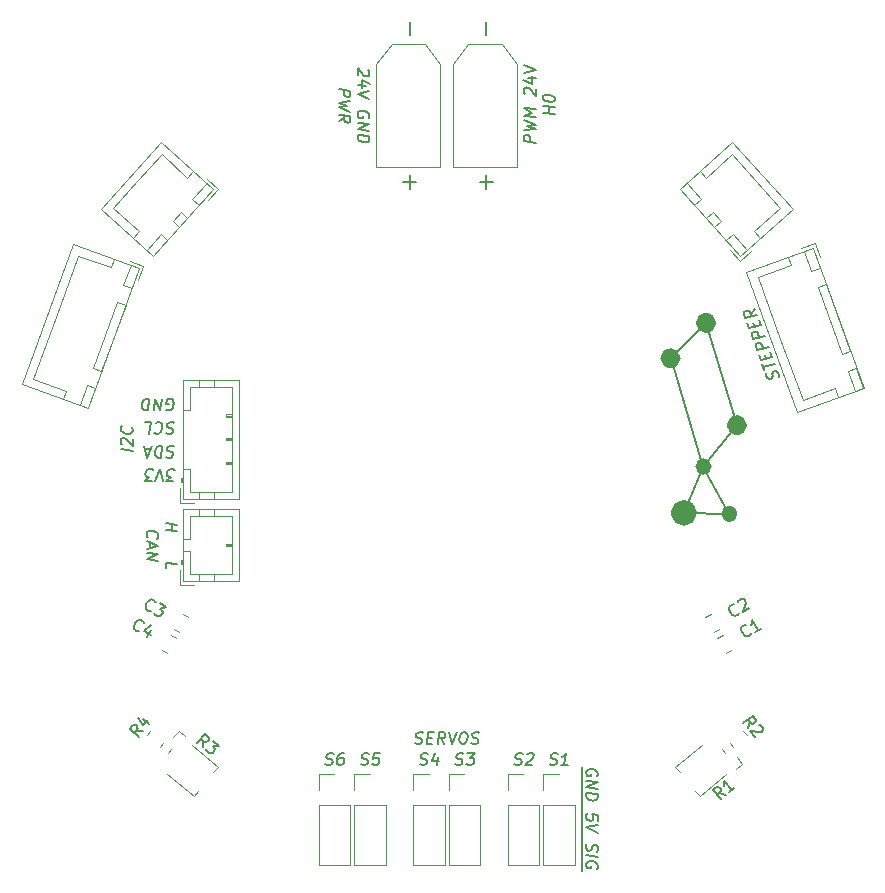
<source format=gbr>
%TF.GenerationSoftware,KiCad,Pcbnew,8.0.1-rc1*%
%TF.CreationDate,2024-04-17T17:45:35-07:00*%
%TF.ProjectId,Toolhead Board Breakout,546f6f6c-6865-4616-9420-426f61726420,rev?*%
%TF.SameCoordinates,Original*%
%TF.FileFunction,Legend,Top*%
%TF.FilePolarity,Positive*%
%FSLAX46Y46*%
G04 Gerber Fmt 4.6, Leading zero omitted, Abs format (unit mm)*
G04 Created by KiCad (PCBNEW 8.0.1-rc1) date 2024-04-17 17:45:35*
%MOMM*%
%LPD*%
G01*
G04 APERTURE LIST*
%ADD10C,0.200000*%
%ADD11C,0.865245*%
%ADD12C,0.715067*%
%ADD13C,1.107766*%
%ADD14C,0.709962*%
%ADD15C,0.859955*%
%ADD16C,0.876510*%
%ADD17C,0.150000*%
%ADD18C,0.120000*%
G04 APERTURE END LIST*
D10*
X95079500Y-79519583D02*
X98935830Y-79604401D01*
X99566742Y-72102568D02*
X96740000Y-75600000D01*
D11*
X99999364Y-72102568D02*
G75*
G02*
X99134120Y-72102568I-432622J0D01*
G01*
X99134120Y-72102568D02*
G75*
G02*
X99999364Y-72102568I432622J0D01*
G01*
D12*
X99293363Y-79604401D02*
G75*
G02*
X98578297Y-79604401I-357533J0D01*
G01*
X98578297Y-79604401D02*
G75*
G02*
X99293363Y-79604401I357533J0D01*
G01*
D10*
X98935830Y-79604401D02*
X96740000Y-75600000D01*
X96953104Y-63428620D02*
X99566742Y-72102568D01*
D13*
X95633383Y-79519583D02*
G75*
G02*
X94525617Y-79519583I-553883J0D01*
G01*
X94525617Y-79519583D02*
G75*
G02*
X95633383Y-79519583I553883J0D01*
G01*
D10*
X96740000Y-75600000D02*
X95079500Y-79519583D01*
X86451841Y-101058827D02*
X86451841Y-109803311D01*
X96953104Y-63428620D02*
X93951124Y-66434455D01*
D14*
X97094981Y-75600000D02*
G75*
G02*
X96385019Y-75600000I-354981J0D01*
G01*
X96385019Y-75600000D02*
G75*
G02*
X97094981Y-75600000I354981J0D01*
G01*
D15*
X94381101Y-66434455D02*
G75*
G02*
X93521147Y-66434455I-429977J0D01*
G01*
X93521147Y-66434455D02*
G75*
G02*
X94381101Y-66434455I429977J0D01*
G01*
D10*
X96740000Y-75600000D02*
X93951124Y-66434455D01*
D16*
X97391359Y-63428620D02*
G75*
G02*
X96514849Y-63428620I-438255J0D01*
G01*
X96514849Y-63428620D02*
G75*
G02*
X97391359Y-63428620I438255J0D01*
G01*
D10*
X87752527Y-101834608D02*
X87800146Y-101745322D01*
X87800146Y-101745322D02*
X87800146Y-101602465D01*
X87800146Y-101602465D02*
X87752527Y-101453655D01*
X87752527Y-101453655D02*
X87657289Y-101346512D01*
X87657289Y-101346512D02*
X87562051Y-101286988D01*
X87562051Y-101286988D02*
X87371575Y-101215560D01*
X87371575Y-101215560D02*
X87228718Y-101197703D01*
X87228718Y-101197703D02*
X87038242Y-101221512D01*
X87038242Y-101221512D02*
X86943004Y-101257227D01*
X86943004Y-101257227D02*
X86847766Y-101340560D01*
X86847766Y-101340560D02*
X86800146Y-101477465D01*
X86800146Y-101477465D02*
X86800146Y-101572703D01*
X86800146Y-101572703D02*
X86847766Y-101721512D01*
X86847766Y-101721512D02*
X86895385Y-101775084D01*
X86895385Y-101775084D02*
X87228718Y-101816750D01*
X87228718Y-101816750D02*
X87228718Y-101626274D01*
X86800146Y-102191750D02*
X87800146Y-102316750D01*
X87800146Y-102316750D02*
X86800146Y-102763179D01*
X86800146Y-102763179D02*
X87800146Y-102888179D01*
X86800146Y-103239369D02*
X87800146Y-103364369D01*
X87800146Y-103364369D02*
X87800146Y-103602465D01*
X87800146Y-103602465D02*
X87752527Y-103739369D01*
X87752527Y-103739369D02*
X87657289Y-103822703D01*
X87657289Y-103822703D02*
X87562051Y-103858417D01*
X87562051Y-103858417D02*
X87371575Y-103882227D01*
X87371575Y-103882227D02*
X87228718Y-103864369D01*
X87228718Y-103864369D02*
X87038242Y-103792941D01*
X87038242Y-103792941D02*
X86943004Y-103733417D01*
X86943004Y-103733417D02*
X86847766Y-103626274D01*
X86847766Y-103626274D02*
X86800146Y-103477465D01*
X86800146Y-103477465D02*
X86800146Y-103239369D01*
X87800146Y-105602465D02*
X87800146Y-105126274D01*
X87800146Y-105126274D02*
X87323956Y-105019132D01*
X87323956Y-105019132D02*
X87371575Y-105072703D01*
X87371575Y-105072703D02*
X87419194Y-105173893D01*
X87419194Y-105173893D02*
X87419194Y-105411989D01*
X87419194Y-105411989D02*
X87371575Y-105501274D01*
X87371575Y-105501274D02*
X87323956Y-105542941D01*
X87323956Y-105542941D02*
X87228718Y-105578655D01*
X87228718Y-105578655D02*
X86990623Y-105548893D01*
X86990623Y-105548893D02*
X86895385Y-105489370D01*
X86895385Y-105489370D02*
X86847766Y-105435798D01*
X86847766Y-105435798D02*
X86800146Y-105334608D01*
X86800146Y-105334608D02*
X86800146Y-105096512D01*
X86800146Y-105096512D02*
X86847766Y-105007227D01*
X86847766Y-105007227D02*
X86895385Y-104965560D01*
X87800146Y-105935798D02*
X86800146Y-106144132D01*
X86800146Y-106144132D02*
X87800146Y-106602465D01*
X86847766Y-107531037D02*
X86800146Y-107667941D01*
X86800146Y-107667941D02*
X86800146Y-107906037D01*
X86800146Y-107906037D02*
X86847766Y-108007227D01*
X86847766Y-108007227D02*
X86895385Y-108060799D01*
X86895385Y-108060799D02*
X86990623Y-108120322D01*
X86990623Y-108120322D02*
X87085861Y-108132227D01*
X87085861Y-108132227D02*
X87181099Y-108096513D01*
X87181099Y-108096513D02*
X87228718Y-108054846D01*
X87228718Y-108054846D02*
X87276337Y-107965561D01*
X87276337Y-107965561D02*
X87323956Y-107781037D01*
X87323956Y-107781037D02*
X87371575Y-107691751D01*
X87371575Y-107691751D02*
X87419194Y-107650084D01*
X87419194Y-107650084D02*
X87514432Y-107614370D01*
X87514432Y-107614370D02*
X87609670Y-107626275D01*
X87609670Y-107626275D02*
X87704908Y-107685799D01*
X87704908Y-107685799D02*
X87752527Y-107739370D01*
X87752527Y-107739370D02*
X87800146Y-107840561D01*
X87800146Y-107840561D02*
X87800146Y-108078656D01*
X87800146Y-108078656D02*
X87752527Y-108215561D01*
X86800146Y-108525084D02*
X87800146Y-108650084D01*
X87752527Y-109644132D02*
X87800146Y-109554846D01*
X87800146Y-109554846D02*
X87800146Y-109411989D01*
X87800146Y-109411989D02*
X87752527Y-109263179D01*
X87752527Y-109263179D02*
X87657289Y-109156036D01*
X87657289Y-109156036D02*
X87562051Y-109096512D01*
X87562051Y-109096512D02*
X87371575Y-109025084D01*
X87371575Y-109025084D02*
X87228718Y-109007227D01*
X87228718Y-109007227D02*
X87038242Y-109031036D01*
X87038242Y-109031036D02*
X86943004Y-109066751D01*
X86943004Y-109066751D02*
X86847766Y-109150084D01*
X86847766Y-109150084D02*
X86800146Y-109286989D01*
X86800146Y-109286989D02*
X86800146Y-109382227D01*
X86800146Y-109382227D02*
X86847766Y-109531036D01*
X86847766Y-109531036D02*
X86895385Y-109584608D01*
X86895385Y-109584608D02*
X87228718Y-109626274D01*
X87228718Y-109626274D02*
X87228718Y-109435798D01*
X80738094Y-100819599D02*
X80874998Y-100867218D01*
X80874998Y-100867218D02*
X81113094Y-100867218D01*
X81113094Y-100867218D02*
X81214284Y-100819599D01*
X81214284Y-100819599D02*
X81267856Y-100771979D01*
X81267856Y-100771979D02*
X81327379Y-100676741D01*
X81327379Y-100676741D02*
X81339284Y-100581503D01*
X81339284Y-100581503D02*
X81303570Y-100486265D01*
X81303570Y-100486265D02*
X81261903Y-100438646D01*
X81261903Y-100438646D02*
X81172618Y-100391027D01*
X81172618Y-100391027D02*
X80988094Y-100343408D01*
X80988094Y-100343408D02*
X80898808Y-100295789D01*
X80898808Y-100295789D02*
X80857141Y-100248170D01*
X80857141Y-100248170D02*
X80821427Y-100152932D01*
X80821427Y-100152932D02*
X80833332Y-100057694D01*
X80833332Y-100057694D02*
X80892856Y-99962456D01*
X80892856Y-99962456D02*
X80946427Y-99914837D01*
X80946427Y-99914837D02*
X81047618Y-99867218D01*
X81047618Y-99867218D02*
X81285713Y-99867218D01*
X81285713Y-99867218D02*
X81422618Y-99914837D01*
X81797618Y-99962456D02*
X81851189Y-99914837D01*
X81851189Y-99914837D02*
X81952379Y-99867218D01*
X81952379Y-99867218D02*
X82190475Y-99867218D01*
X82190475Y-99867218D02*
X82279760Y-99914837D01*
X82279760Y-99914837D02*
X82321427Y-99962456D01*
X82321427Y-99962456D02*
X82357141Y-100057694D01*
X82357141Y-100057694D02*
X82345237Y-100152932D01*
X82345237Y-100152932D02*
X82279760Y-100295789D01*
X82279760Y-100295789D02*
X81636903Y-100867218D01*
X81636903Y-100867218D02*
X82255951Y-100867218D01*
X82537219Y-48172619D02*
X81537219Y-48047619D01*
X81537219Y-48047619D02*
X81537219Y-47666666D01*
X81537219Y-47666666D02*
X81584838Y-47577381D01*
X81584838Y-47577381D02*
X81632457Y-47535714D01*
X81632457Y-47535714D02*
X81727695Y-47500000D01*
X81727695Y-47500000D02*
X81870552Y-47517857D01*
X81870552Y-47517857D02*
X81965790Y-47577381D01*
X81965790Y-47577381D02*
X82013409Y-47630952D01*
X82013409Y-47630952D02*
X82061028Y-47732142D01*
X82061028Y-47732142D02*
X82061028Y-48113095D01*
X81537219Y-47142857D02*
X82537219Y-47029762D01*
X82537219Y-47029762D02*
X81822933Y-46750000D01*
X81822933Y-46750000D02*
X82537219Y-46648809D01*
X82537219Y-46648809D02*
X81537219Y-46285714D01*
X82537219Y-46029762D02*
X81537219Y-45904762D01*
X81537219Y-45904762D02*
X82251504Y-45660714D01*
X82251504Y-45660714D02*
X81537219Y-45238095D01*
X81537219Y-45238095D02*
X82537219Y-45363095D01*
X81632457Y-44059523D02*
X81584838Y-44005952D01*
X81584838Y-44005952D02*
X81537219Y-43904762D01*
X81537219Y-43904762D02*
X81537219Y-43666666D01*
X81537219Y-43666666D02*
X81584838Y-43577381D01*
X81584838Y-43577381D02*
X81632457Y-43535714D01*
X81632457Y-43535714D02*
X81727695Y-43500000D01*
X81727695Y-43500000D02*
X81822933Y-43511904D01*
X81822933Y-43511904D02*
X81965790Y-43577381D01*
X81965790Y-43577381D02*
X82537219Y-44220238D01*
X82537219Y-44220238D02*
X82537219Y-43601190D01*
X81870552Y-42660714D02*
X82537219Y-42744047D01*
X81489600Y-42851190D02*
X82203885Y-43178571D01*
X82203885Y-43178571D02*
X82203885Y-42559523D01*
X81537219Y-42238095D02*
X82537219Y-42029761D01*
X82537219Y-42029761D02*
X81537219Y-41571428D01*
X84147163Y-45767857D02*
X83147163Y-45642857D01*
X83623353Y-45702380D02*
X83623353Y-45130952D01*
X84147163Y-45196428D02*
X83147163Y-45071428D01*
X83147163Y-44404761D02*
X83147163Y-44309523D01*
X83147163Y-44309523D02*
X83194782Y-44220238D01*
X83194782Y-44220238D02*
X83242401Y-44178571D01*
X83242401Y-44178571D02*
X83337639Y-44142857D01*
X83337639Y-44142857D02*
X83528115Y-44119047D01*
X83528115Y-44119047D02*
X83766210Y-44148809D01*
X83766210Y-44148809D02*
X83956686Y-44220238D01*
X83956686Y-44220238D02*
X84051924Y-44279761D01*
X84051924Y-44279761D02*
X84099544Y-44333333D01*
X84099544Y-44333333D02*
X84147163Y-44434523D01*
X84147163Y-44434523D02*
X84147163Y-44529761D01*
X84147163Y-44529761D02*
X84099544Y-44619047D01*
X84099544Y-44619047D02*
X84051924Y-44660714D01*
X84051924Y-44660714D02*
X83956686Y-44696428D01*
X83956686Y-44696428D02*
X83766210Y-44720238D01*
X83766210Y-44720238D02*
X83528115Y-44690476D01*
X83528115Y-44690476D02*
X83337639Y-44619047D01*
X83337639Y-44619047D02*
X83242401Y-44559523D01*
X83242401Y-44559523D02*
X83194782Y-44505952D01*
X83194782Y-44505952D02*
X83147163Y-44404761D01*
X68367542Y-42011905D02*
X68415161Y-42065476D01*
X68415161Y-42065476D02*
X68462780Y-42166666D01*
X68462780Y-42166666D02*
X68462780Y-42404762D01*
X68462780Y-42404762D02*
X68415161Y-42494047D01*
X68415161Y-42494047D02*
X68367542Y-42535714D01*
X68367542Y-42535714D02*
X68272304Y-42571428D01*
X68272304Y-42571428D02*
X68177066Y-42559524D01*
X68177066Y-42559524D02*
X68034209Y-42494047D01*
X68034209Y-42494047D02*
X67462780Y-41851190D01*
X67462780Y-41851190D02*
X67462780Y-42470238D01*
X68129447Y-43410714D02*
X67462780Y-43327381D01*
X68510400Y-43220238D02*
X67796114Y-42892857D01*
X67796114Y-42892857D02*
X67796114Y-43511905D01*
X68462780Y-43833333D02*
X67462780Y-44041667D01*
X67462780Y-44041667D02*
X68462780Y-44500000D01*
X68415161Y-46113096D02*
X68462780Y-46023810D01*
X68462780Y-46023810D02*
X68462780Y-45880953D01*
X68462780Y-45880953D02*
X68415161Y-45732143D01*
X68415161Y-45732143D02*
X68319923Y-45625000D01*
X68319923Y-45625000D02*
X68224685Y-45565476D01*
X68224685Y-45565476D02*
X68034209Y-45494048D01*
X68034209Y-45494048D02*
X67891352Y-45476191D01*
X67891352Y-45476191D02*
X67700876Y-45500000D01*
X67700876Y-45500000D02*
X67605638Y-45535715D01*
X67605638Y-45535715D02*
X67510400Y-45619048D01*
X67510400Y-45619048D02*
X67462780Y-45755953D01*
X67462780Y-45755953D02*
X67462780Y-45851191D01*
X67462780Y-45851191D02*
X67510400Y-46000000D01*
X67510400Y-46000000D02*
X67558019Y-46053572D01*
X67558019Y-46053572D02*
X67891352Y-46095238D01*
X67891352Y-46095238D02*
X67891352Y-45904762D01*
X67462780Y-46470238D02*
X68462780Y-46595238D01*
X68462780Y-46595238D02*
X67462780Y-47041667D01*
X67462780Y-47041667D02*
X68462780Y-47166667D01*
X67462780Y-47517857D02*
X68462780Y-47642857D01*
X68462780Y-47642857D02*
X68462780Y-47880953D01*
X68462780Y-47880953D02*
X68415161Y-48017857D01*
X68415161Y-48017857D02*
X68319923Y-48101191D01*
X68319923Y-48101191D02*
X68224685Y-48136905D01*
X68224685Y-48136905D02*
X68034209Y-48160715D01*
X68034209Y-48160715D02*
X67891352Y-48142857D01*
X67891352Y-48142857D02*
X67700876Y-48071429D01*
X67700876Y-48071429D02*
X67605638Y-48011905D01*
X67605638Y-48011905D02*
X67510400Y-47904762D01*
X67510400Y-47904762D02*
X67462780Y-47755953D01*
X67462780Y-47755953D02*
X67462780Y-47517857D01*
X65852836Y-43660714D02*
X66852836Y-43785714D01*
X66852836Y-43785714D02*
X66852836Y-44166667D01*
X66852836Y-44166667D02*
X66805217Y-44255952D01*
X66805217Y-44255952D02*
X66757598Y-44297619D01*
X66757598Y-44297619D02*
X66662360Y-44333333D01*
X66662360Y-44333333D02*
X66519503Y-44315476D01*
X66519503Y-44315476D02*
X66424265Y-44255952D01*
X66424265Y-44255952D02*
X66376646Y-44202381D01*
X66376646Y-44202381D02*
X66329027Y-44101191D01*
X66329027Y-44101191D02*
X66329027Y-43720238D01*
X66852836Y-44690476D02*
X65852836Y-44803572D01*
X65852836Y-44803572D02*
X66567122Y-45083333D01*
X66567122Y-45083333D02*
X65852836Y-45184524D01*
X65852836Y-45184524D02*
X66852836Y-45547619D01*
X65852836Y-46375000D02*
X66329027Y-46101190D01*
X65852836Y-45803571D02*
X66852836Y-45928571D01*
X66852836Y-45928571D02*
X66852836Y-46309524D01*
X66852836Y-46309524D02*
X66805217Y-46398809D01*
X66805217Y-46398809D02*
X66757598Y-46440476D01*
X66757598Y-46440476D02*
X66662360Y-46476190D01*
X66662360Y-46476190D02*
X66519503Y-46458333D01*
X66519503Y-46458333D02*
X66424265Y-46398809D01*
X66424265Y-46398809D02*
X66376646Y-46345238D01*
X66376646Y-46345238D02*
X66329027Y-46244048D01*
X66329027Y-46244048D02*
X66329027Y-45863095D01*
X103132055Y-68029315D02*
X103129979Y-67884380D01*
X103129979Y-67884380D02*
X103048545Y-67660644D01*
X103048545Y-67660644D02*
X102969189Y-67581842D01*
X102969189Y-67581842D02*
X102906119Y-67547788D01*
X102906119Y-67547788D02*
X102796266Y-67524428D01*
X102796266Y-67524428D02*
X102702700Y-67545814D01*
X102702700Y-67545814D02*
X102625420Y-67611948D01*
X102625420Y-67611948D02*
X102594924Y-67667388D01*
X102594924Y-67667388D02*
X102580714Y-67767576D01*
X102580714Y-67767576D02*
X102599078Y-67957259D01*
X102599078Y-67957259D02*
X102584868Y-68057446D01*
X102584868Y-68057446D02*
X102554372Y-68112887D01*
X102554372Y-68112887D02*
X102477092Y-68179021D01*
X102477092Y-68179021D02*
X102383526Y-68200407D01*
X102383526Y-68200407D02*
X102273673Y-68177046D01*
X102273673Y-68177046D02*
X102210603Y-68142992D01*
X102210603Y-68142992D02*
X102131247Y-68064191D01*
X102131247Y-68064191D02*
X102049813Y-67840455D01*
X102049813Y-67840455D02*
X102047736Y-67695520D01*
X101903233Y-67437729D02*
X101707793Y-66900762D01*
X102787958Y-66944687D02*
X101805513Y-67169246D01*
X102061617Y-66480598D02*
X101947611Y-66167368D01*
X102413365Y-65915500D02*
X102576232Y-66362972D01*
X102576232Y-66362972D02*
X101593786Y-66587531D01*
X101593786Y-66587531D02*
X101430920Y-66140058D01*
X102266785Y-65512774D02*
X101284340Y-65737333D01*
X101284340Y-65737333D02*
X101154046Y-65379355D01*
X101154046Y-65379355D02*
X101168256Y-65279167D01*
X101168256Y-65279167D02*
X101198752Y-65223726D01*
X101198752Y-65223726D02*
X101276032Y-65157593D01*
X101276032Y-65157593D02*
X101416381Y-65125513D01*
X101416381Y-65125513D02*
X101526234Y-65148874D01*
X101526234Y-65148874D02*
X101589304Y-65182928D01*
X101589304Y-65182928D02*
X101668660Y-65261729D01*
X101668660Y-65261729D02*
X101798954Y-65619707D01*
X101924765Y-64573082D02*
X100942319Y-64797640D01*
X100942319Y-64797640D02*
X100812026Y-64439662D01*
X100812026Y-64439662D02*
X100826236Y-64339474D01*
X100826236Y-64339474D02*
X100856732Y-64284034D01*
X100856732Y-64284034D02*
X100934012Y-64217900D01*
X100934012Y-64217900D02*
X101074361Y-64185820D01*
X101074361Y-64185820D02*
X101184214Y-64209181D01*
X101184214Y-64209181D02*
X101247284Y-64243235D01*
X101247284Y-64243235D02*
X101326640Y-64322036D01*
X101326640Y-64322036D02*
X101456934Y-64680014D01*
X101068130Y-63751015D02*
X100954124Y-63437784D01*
X101419878Y-63185916D02*
X101582744Y-63633389D01*
X101582744Y-63633389D02*
X100600299Y-63857948D01*
X100600299Y-63857948D02*
X100437433Y-63410475D01*
X101077858Y-62246224D02*
X100724033Y-62666387D01*
X101273298Y-62783191D02*
X100290852Y-63007749D01*
X100290852Y-63007749D02*
X100160559Y-62649771D01*
X100160559Y-62649771D02*
X100174769Y-62549584D01*
X100174769Y-62549584D02*
X100205265Y-62494143D01*
X100205265Y-62494143D02*
X100282545Y-62428009D01*
X100282545Y-62428009D02*
X100422894Y-62395929D01*
X100422894Y-62395929D02*
X100532747Y-62419290D01*
X100532747Y-62419290D02*
X100595817Y-62453344D01*
X100595817Y-62453344D02*
X100675173Y-62532145D01*
X100675173Y-62532145D02*
X100805467Y-62890124D01*
X64738095Y-100819599D02*
X64874999Y-100867218D01*
X64874999Y-100867218D02*
X65113095Y-100867218D01*
X65113095Y-100867218D02*
X65214285Y-100819599D01*
X65214285Y-100819599D02*
X65267857Y-100771979D01*
X65267857Y-100771979D02*
X65327380Y-100676741D01*
X65327380Y-100676741D02*
X65339285Y-100581503D01*
X65339285Y-100581503D02*
X65303571Y-100486265D01*
X65303571Y-100486265D02*
X65261904Y-100438646D01*
X65261904Y-100438646D02*
X65172619Y-100391027D01*
X65172619Y-100391027D02*
X64988095Y-100343408D01*
X64988095Y-100343408D02*
X64898809Y-100295789D01*
X64898809Y-100295789D02*
X64857142Y-100248170D01*
X64857142Y-100248170D02*
X64821428Y-100152932D01*
X64821428Y-100152932D02*
X64833333Y-100057694D01*
X64833333Y-100057694D02*
X64892857Y-99962456D01*
X64892857Y-99962456D02*
X64946428Y-99914837D01*
X64946428Y-99914837D02*
X65047619Y-99867218D01*
X65047619Y-99867218D02*
X65285714Y-99867218D01*
X65285714Y-99867218D02*
X65422619Y-99914837D01*
X66285714Y-99867218D02*
X66095238Y-99867218D01*
X66095238Y-99867218D02*
X65994047Y-99914837D01*
X65994047Y-99914837D02*
X65940476Y-99962456D01*
X65940476Y-99962456D02*
X65827380Y-100105313D01*
X65827380Y-100105313D02*
X65755952Y-100295789D01*
X65755952Y-100295789D02*
X65708333Y-100676741D01*
X65708333Y-100676741D02*
X65744047Y-100771979D01*
X65744047Y-100771979D02*
X65785714Y-100819599D01*
X65785714Y-100819599D02*
X65875000Y-100867218D01*
X65875000Y-100867218D02*
X66065476Y-100867218D01*
X66065476Y-100867218D02*
X66166666Y-100819599D01*
X66166666Y-100819599D02*
X66220238Y-100771979D01*
X66220238Y-100771979D02*
X66279761Y-100676741D01*
X66279761Y-100676741D02*
X66309523Y-100438646D01*
X66309523Y-100438646D02*
X66273809Y-100343408D01*
X66273809Y-100343408D02*
X66232142Y-100295789D01*
X66232142Y-100295789D02*
X66142857Y-100248170D01*
X66142857Y-100248170D02*
X65952380Y-100248170D01*
X65952380Y-100248170D02*
X65851190Y-100295789D01*
X65851190Y-100295789D02*
X65797619Y-100343408D01*
X65797619Y-100343408D02*
X65738095Y-100438646D01*
X51927938Y-73885406D02*
X51791033Y-73837789D01*
X51791033Y-73837789D02*
X51552937Y-73837794D01*
X51552937Y-73837794D02*
X51451748Y-73885414D01*
X51451748Y-73885414D02*
X51398177Y-73933034D01*
X51398177Y-73933034D02*
X51338655Y-74028274D01*
X51338655Y-74028274D02*
X51326752Y-74123512D01*
X51326752Y-74123512D02*
X51362468Y-74218749D01*
X51362468Y-74218749D02*
X51404135Y-74266368D01*
X51404135Y-74266368D02*
X51493422Y-74313985D01*
X51493422Y-74313985D02*
X51677947Y-74361601D01*
X51677947Y-74361601D02*
X51767233Y-74409218D01*
X51767233Y-74409218D02*
X51808901Y-74456837D01*
X51808901Y-74456837D02*
X51844617Y-74552074D01*
X51844617Y-74552074D02*
X51832713Y-74647313D01*
X51832713Y-74647313D02*
X51773191Y-74742552D01*
X51773191Y-74742552D02*
X51719621Y-74790172D01*
X51719621Y-74790172D02*
X51618431Y-74837792D01*
X51618431Y-74837792D02*
X51380336Y-74837797D01*
X51380336Y-74837797D02*
X51243430Y-74790180D01*
X50933890Y-73837804D02*
X50808907Y-74837807D01*
X50808907Y-74837807D02*
X50570812Y-74837811D01*
X50570812Y-74837811D02*
X50433906Y-74790194D01*
X50433906Y-74790194D02*
X50350571Y-74694957D01*
X50350571Y-74694957D02*
X50314855Y-74599720D01*
X50314855Y-74599720D02*
X50291043Y-74409244D01*
X50291043Y-74409244D02*
X50308897Y-74266387D01*
X50308897Y-74266387D02*
X50380322Y-74075909D01*
X50380322Y-74075909D02*
X50439845Y-73980670D01*
X50439845Y-73980670D02*
X50546986Y-73885430D01*
X50546986Y-73885430D02*
X50695795Y-73837809D01*
X50695795Y-73837809D02*
X50933890Y-73837804D01*
X49945799Y-74123536D02*
X49469609Y-74123544D01*
X50076747Y-73837819D02*
X49618431Y-74837827D01*
X49618431Y-74837827D02*
X49410080Y-73837831D01*
X72325765Y-99026492D02*
X72462669Y-99074111D01*
X72462669Y-99074111D02*
X72700765Y-99074111D01*
X72700765Y-99074111D02*
X72801955Y-99026492D01*
X72801955Y-99026492D02*
X72855527Y-98978872D01*
X72855527Y-98978872D02*
X72915050Y-98883634D01*
X72915050Y-98883634D02*
X72926955Y-98788396D01*
X72926955Y-98788396D02*
X72891241Y-98693158D01*
X72891241Y-98693158D02*
X72849574Y-98645539D01*
X72849574Y-98645539D02*
X72760289Y-98597920D01*
X72760289Y-98597920D02*
X72575765Y-98550301D01*
X72575765Y-98550301D02*
X72486479Y-98502682D01*
X72486479Y-98502682D02*
X72444812Y-98455063D01*
X72444812Y-98455063D02*
X72409098Y-98359825D01*
X72409098Y-98359825D02*
X72421003Y-98264587D01*
X72421003Y-98264587D02*
X72480527Y-98169349D01*
X72480527Y-98169349D02*
X72534098Y-98121730D01*
X72534098Y-98121730D02*
X72635289Y-98074111D01*
X72635289Y-98074111D02*
X72873384Y-98074111D01*
X72873384Y-98074111D02*
X73010289Y-98121730D01*
X73385289Y-98550301D02*
X73718622Y-98550301D01*
X73796003Y-99074111D02*
X73319812Y-99074111D01*
X73319812Y-99074111D02*
X73444812Y-98074111D01*
X73444812Y-98074111D02*
X73921003Y-98074111D01*
X74796003Y-99074111D02*
X74522193Y-98597920D01*
X74224574Y-99074111D02*
X74349574Y-98074111D01*
X74349574Y-98074111D02*
X74730527Y-98074111D01*
X74730527Y-98074111D02*
X74819812Y-98121730D01*
X74819812Y-98121730D02*
X74861479Y-98169349D01*
X74861479Y-98169349D02*
X74897193Y-98264587D01*
X74897193Y-98264587D02*
X74879336Y-98407444D01*
X74879336Y-98407444D02*
X74819812Y-98502682D01*
X74819812Y-98502682D02*
X74766241Y-98550301D01*
X74766241Y-98550301D02*
X74665051Y-98597920D01*
X74665051Y-98597920D02*
X74284098Y-98597920D01*
X75206717Y-98074111D02*
X75415051Y-99074111D01*
X75415051Y-99074111D02*
X75873384Y-98074111D01*
X76397194Y-98074111D02*
X76587670Y-98074111D01*
X76587670Y-98074111D02*
X76676955Y-98121730D01*
X76676955Y-98121730D02*
X76760289Y-98216968D01*
X76760289Y-98216968D02*
X76784098Y-98407444D01*
X76784098Y-98407444D02*
X76742432Y-98740777D01*
X76742432Y-98740777D02*
X76671003Y-98931253D01*
X76671003Y-98931253D02*
X76563860Y-99026492D01*
X76563860Y-99026492D02*
X76462670Y-99074111D01*
X76462670Y-99074111D02*
X76272194Y-99074111D01*
X76272194Y-99074111D02*
X76182908Y-99026492D01*
X76182908Y-99026492D02*
X76099575Y-98931253D01*
X76099575Y-98931253D02*
X76075765Y-98740777D01*
X76075765Y-98740777D02*
X76117432Y-98407444D01*
X76117432Y-98407444D02*
X76188860Y-98216968D01*
X76188860Y-98216968D02*
X76296003Y-98121730D01*
X76296003Y-98121730D02*
X76397194Y-98074111D01*
X77087670Y-99026492D02*
X77224574Y-99074111D01*
X77224574Y-99074111D02*
X77462670Y-99074111D01*
X77462670Y-99074111D02*
X77563860Y-99026492D01*
X77563860Y-99026492D02*
X77617432Y-98978872D01*
X77617432Y-98978872D02*
X77676955Y-98883634D01*
X77676955Y-98883634D02*
X77688860Y-98788396D01*
X77688860Y-98788396D02*
X77653146Y-98693158D01*
X77653146Y-98693158D02*
X77611479Y-98645539D01*
X77611479Y-98645539D02*
X77522194Y-98597920D01*
X77522194Y-98597920D02*
X77337670Y-98550301D01*
X77337670Y-98550301D02*
X77248384Y-98502682D01*
X77248384Y-98502682D02*
X77206717Y-98455063D01*
X77206717Y-98455063D02*
X77171003Y-98359825D01*
X77171003Y-98359825D02*
X77182908Y-98264587D01*
X77182908Y-98264587D02*
X77242432Y-98169349D01*
X77242432Y-98169349D02*
X77296003Y-98121730D01*
X77296003Y-98121730D02*
X77397194Y-98074111D01*
X77397194Y-98074111D02*
X77635289Y-98074111D01*
X77635289Y-98074111D02*
X77772194Y-98121730D01*
X51202780Y-80400713D02*
X52202780Y-80525713D01*
X51726590Y-80466190D02*
X51726590Y-81037618D01*
X51202780Y-80972142D02*
X52202780Y-81097142D01*
X51202780Y-84210238D02*
X51202780Y-83734047D01*
X51202780Y-83734047D02*
X52202780Y-83859047D01*
X49688075Y-81603095D02*
X49640456Y-81549523D01*
X49640456Y-81549523D02*
X49592836Y-81400714D01*
X49592836Y-81400714D02*
X49592836Y-81305476D01*
X49592836Y-81305476D02*
X49640456Y-81168571D01*
X49640456Y-81168571D02*
X49735694Y-81085238D01*
X49735694Y-81085238D02*
X49830932Y-81049523D01*
X49830932Y-81049523D02*
X50021408Y-81025714D01*
X50021408Y-81025714D02*
X50164265Y-81043571D01*
X50164265Y-81043571D02*
X50354741Y-81114999D01*
X50354741Y-81114999D02*
X50449979Y-81174523D01*
X50449979Y-81174523D02*
X50545217Y-81281666D01*
X50545217Y-81281666D02*
X50592836Y-81430476D01*
X50592836Y-81430476D02*
X50592836Y-81525714D01*
X50592836Y-81525714D02*
X50545217Y-81662619D01*
X50545217Y-81662619D02*
X50497598Y-81704285D01*
X49878551Y-82007857D02*
X49878551Y-82484047D01*
X49592836Y-81876904D02*
X50592836Y-82335238D01*
X50592836Y-82335238D02*
X49592836Y-82543571D01*
X49592836Y-82876904D02*
X50592836Y-83001904D01*
X50592836Y-83001904D02*
X49592836Y-83448333D01*
X49592836Y-83448333D02*
X50592836Y-83573333D01*
X67738095Y-100819599D02*
X67874999Y-100867218D01*
X67874999Y-100867218D02*
X68113095Y-100867218D01*
X68113095Y-100867218D02*
X68214285Y-100819599D01*
X68214285Y-100819599D02*
X68267857Y-100771979D01*
X68267857Y-100771979D02*
X68327380Y-100676741D01*
X68327380Y-100676741D02*
X68339285Y-100581503D01*
X68339285Y-100581503D02*
X68303571Y-100486265D01*
X68303571Y-100486265D02*
X68261904Y-100438646D01*
X68261904Y-100438646D02*
X68172619Y-100391027D01*
X68172619Y-100391027D02*
X67988095Y-100343408D01*
X67988095Y-100343408D02*
X67898809Y-100295789D01*
X67898809Y-100295789D02*
X67857142Y-100248170D01*
X67857142Y-100248170D02*
X67821428Y-100152932D01*
X67821428Y-100152932D02*
X67833333Y-100057694D01*
X67833333Y-100057694D02*
X67892857Y-99962456D01*
X67892857Y-99962456D02*
X67946428Y-99914837D01*
X67946428Y-99914837D02*
X68047619Y-99867218D01*
X68047619Y-99867218D02*
X68285714Y-99867218D01*
X68285714Y-99867218D02*
X68422619Y-99914837D01*
X69333333Y-99867218D02*
X68857142Y-99867218D01*
X68857142Y-99867218D02*
X68750000Y-100343408D01*
X68750000Y-100343408D02*
X68803571Y-100295789D01*
X68803571Y-100295789D02*
X68904761Y-100248170D01*
X68904761Y-100248170D02*
X69142857Y-100248170D01*
X69142857Y-100248170D02*
X69232142Y-100295789D01*
X69232142Y-100295789D02*
X69273809Y-100343408D01*
X69273809Y-100343408D02*
X69309523Y-100438646D01*
X69309523Y-100438646D02*
X69279761Y-100676741D01*
X69279761Y-100676741D02*
X69220238Y-100771979D01*
X69220238Y-100771979D02*
X69166666Y-100819599D01*
X69166666Y-100819599D02*
X69065476Y-100867218D01*
X69065476Y-100867218D02*
X68827380Y-100867218D01*
X68827380Y-100867218D02*
X68738095Y-100819599D01*
X68738095Y-100819599D02*
X68696428Y-100771979D01*
X51856526Y-76837788D02*
X51237479Y-76837799D01*
X51237479Y-76837799D02*
X51618424Y-76456840D01*
X51618424Y-76456840D02*
X51475567Y-76456843D01*
X51475567Y-76456843D02*
X51386281Y-76409225D01*
X51386281Y-76409225D02*
X51344613Y-76361607D01*
X51344613Y-76361607D02*
X51308897Y-76266369D01*
X51308897Y-76266369D02*
X51338655Y-76028274D01*
X51338655Y-76028274D02*
X51398177Y-75933034D01*
X51398177Y-75933034D02*
X51451748Y-75885414D01*
X51451748Y-75885414D02*
X51552937Y-75837794D01*
X51552937Y-75837794D02*
X51838652Y-75837789D01*
X51838652Y-75837789D02*
X51927938Y-75885406D01*
X51927938Y-75885406D02*
X51969606Y-75933024D01*
X50951764Y-76837804D02*
X50743414Y-75837808D01*
X50743414Y-75837808D02*
X50285098Y-76837816D01*
X50047002Y-76837820D02*
X49427955Y-76837831D01*
X49427955Y-76837831D02*
X49808900Y-76456872D01*
X49808900Y-76456872D02*
X49666043Y-76456874D01*
X49666043Y-76456874D02*
X49576757Y-76409257D01*
X49576757Y-76409257D02*
X49535089Y-76361638D01*
X49535089Y-76361638D02*
X49499373Y-76266401D01*
X49499373Y-76266401D02*
X49529131Y-76028305D01*
X49529131Y-76028305D02*
X49588653Y-75933066D01*
X49588653Y-75933066D02*
X49642224Y-75885446D01*
X49642224Y-75885446D02*
X49743413Y-75837825D01*
X49743413Y-75837825D02*
X50029128Y-75837820D01*
X50029128Y-75837820D02*
X50118414Y-75885438D01*
X50118414Y-75885438D02*
X50160082Y-75933056D01*
X72738095Y-100819599D02*
X72874999Y-100867218D01*
X72874999Y-100867218D02*
X73113095Y-100867218D01*
X73113095Y-100867218D02*
X73214285Y-100819599D01*
X73214285Y-100819599D02*
X73267857Y-100771979D01*
X73267857Y-100771979D02*
X73327380Y-100676741D01*
X73327380Y-100676741D02*
X73339285Y-100581503D01*
X73339285Y-100581503D02*
X73303571Y-100486265D01*
X73303571Y-100486265D02*
X73261904Y-100438646D01*
X73261904Y-100438646D02*
X73172619Y-100391027D01*
X73172619Y-100391027D02*
X72988095Y-100343408D01*
X72988095Y-100343408D02*
X72898809Y-100295789D01*
X72898809Y-100295789D02*
X72857142Y-100248170D01*
X72857142Y-100248170D02*
X72821428Y-100152932D01*
X72821428Y-100152932D02*
X72833333Y-100057694D01*
X72833333Y-100057694D02*
X72892857Y-99962456D01*
X72892857Y-99962456D02*
X72946428Y-99914837D01*
X72946428Y-99914837D02*
X73047619Y-99867218D01*
X73047619Y-99867218D02*
X73285714Y-99867218D01*
X73285714Y-99867218D02*
X73422619Y-99914837D01*
X74244047Y-100200551D02*
X74160714Y-100867218D01*
X74053571Y-99819599D02*
X73726190Y-100533884D01*
X73726190Y-100533884D02*
X74345238Y-100533884D01*
X51243430Y-70790179D02*
X51332717Y-70837796D01*
X51332717Y-70837796D02*
X51475574Y-70837794D01*
X51475574Y-70837794D02*
X51624383Y-70790172D01*
X51624383Y-70790172D02*
X51731524Y-70694932D01*
X51731524Y-70694932D02*
X51791046Y-70599693D01*
X51791046Y-70599693D02*
X51862471Y-70409216D01*
X51862471Y-70409216D02*
X51880326Y-70266358D01*
X51880326Y-70266358D02*
X51856513Y-70075883D01*
X51856513Y-70075883D02*
X51820797Y-69980645D01*
X51820797Y-69980645D02*
X51737462Y-69885408D01*
X51737462Y-69885408D02*
X51600556Y-69837792D01*
X51600556Y-69837792D02*
X51505318Y-69837793D01*
X51505318Y-69837793D02*
X51356510Y-69885415D01*
X51356510Y-69885415D02*
X51302939Y-69933035D01*
X51302939Y-69933035D02*
X51261278Y-70266369D01*
X51261278Y-70266369D02*
X51451754Y-70266366D01*
X50886271Y-69837804D02*
X50761288Y-70837806D01*
X50761288Y-70837806D02*
X50314842Y-69837814D01*
X50314842Y-69837814D02*
X50189860Y-70837816D01*
X49838652Y-69837823D02*
X49713669Y-70837825D01*
X49713669Y-70837825D02*
X49475574Y-70837829D01*
X49475574Y-70837829D02*
X49338668Y-70790212D01*
X49338668Y-70790212D02*
X49255333Y-70694976D01*
X49255333Y-70694976D02*
X49219617Y-70599738D01*
X49219617Y-70599738D02*
X49195805Y-70409262D01*
X49195805Y-70409262D02*
X49213659Y-70266405D01*
X49213659Y-70266405D02*
X49285084Y-70075927D01*
X49285084Y-70075927D02*
X49344607Y-69980688D01*
X49344607Y-69980688D02*
X49451748Y-69885448D01*
X49451748Y-69885448D02*
X49600557Y-69837827D01*
X49600557Y-69837827D02*
X49838652Y-69837823D01*
X48417236Y-74272145D02*
X47417234Y-74147162D01*
X47512464Y-73730495D02*
X47464844Y-73676924D01*
X47464844Y-73676924D02*
X47417224Y-73575734D01*
X47417224Y-73575734D02*
X47417219Y-73337639D01*
X47417219Y-73337639D02*
X47464837Y-73248353D01*
X47464837Y-73248353D02*
X47512455Y-73206685D01*
X47512455Y-73206685D02*
X47607693Y-73170969D01*
X47607693Y-73170969D02*
X47702931Y-73182872D01*
X47702931Y-73182872D02*
X47845789Y-73248346D01*
X47845789Y-73248346D02*
X48417229Y-73891193D01*
X48417229Y-73891193D02*
X48417218Y-73272145D01*
X48321962Y-72260242D02*
X48369582Y-72313813D01*
X48369582Y-72313813D02*
X48417204Y-72462622D01*
X48417204Y-72462622D02*
X48417206Y-72557860D01*
X48417206Y-72557860D02*
X48369589Y-72694765D01*
X48369589Y-72694765D02*
X48274352Y-72778100D01*
X48274352Y-72778100D02*
X48179115Y-72813816D01*
X48179115Y-72813816D02*
X47988639Y-72837629D01*
X47988639Y-72837629D02*
X47845782Y-72819774D01*
X47845782Y-72819774D02*
X47655304Y-72748349D01*
X47655304Y-72748349D02*
X47560065Y-72688827D01*
X47560065Y-72688827D02*
X47464825Y-72581686D01*
X47464825Y-72581686D02*
X47417204Y-72432877D01*
X47417204Y-72432877D02*
X47417202Y-72337639D01*
X47417202Y-72337639D02*
X47464819Y-72200733D01*
X47464819Y-72200733D02*
X47512437Y-72159066D01*
X75738094Y-100819600D02*
X75874998Y-100867219D01*
X75874998Y-100867219D02*
X76113094Y-100867219D01*
X76113094Y-100867219D02*
X76214284Y-100819600D01*
X76214284Y-100819600D02*
X76267856Y-100771980D01*
X76267856Y-100771980D02*
X76327379Y-100676742D01*
X76327379Y-100676742D02*
X76339284Y-100581504D01*
X76339284Y-100581504D02*
X76303570Y-100486266D01*
X76303570Y-100486266D02*
X76261903Y-100438647D01*
X76261903Y-100438647D02*
X76172618Y-100391028D01*
X76172618Y-100391028D02*
X75988094Y-100343409D01*
X75988094Y-100343409D02*
X75898808Y-100295790D01*
X75898808Y-100295790D02*
X75857141Y-100248171D01*
X75857141Y-100248171D02*
X75821427Y-100152933D01*
X75821427Y-100152933D02*
X75833332Y-100057695D01*
X75833332Y-100057695D02*
X75892856Y-99962457D01*
X75892856Y-99962457D02*
X75946427Y-99914838D01*
X75946427Y-99914838D02*
X76047618Y-99867219D01*
X76047618Y-99867219D02*
X76285713Y-99867219D01*
X76285713Y-99867219D02*
X76422618Y-99914838D01*
X76761903Y-99867219D02*
X77380951Y-99867219D01*
X77380951Y-99867219D02*
X76999999Y-100248171D01*
X76999999Y-100248171D02*
X77142856Y-100248171D01*
X77142856Y-100248171D02*
X77232141Y-100295790D01*
X77232141Y-100295790D02*
X77273808Y-100343409D01*
X77273808Y-100343409D02*
X77309522Y-100438647D01*
X77309522Y-100438647D02*
X77279760Y-100676742D01*
X77279760Y-100676742D02*
X77220237Y-100771980D01*
X77220237Y-100771980D02*
X77166665Y-100819600D01*
X77166665Y-100819600D02*
X77065475Y-100867219D01*
X77065475Y-100867219D02*
X76779760Y-100867219D01*
X76779760Y-100867219D02*
X76690475Y-100819600D01*
X76690475Y-100819600D02*
X76648808Y-100771980D01*
X83738094Y-100819599D02*
X83874998Y-100867218D01*
X83874998Y-100867218D02*
X84113094Y-100867218D01*
X84113094Y-100867218D02*
X84214284Y-100819599D01*
X84214284Y-100819599D02*
X84267856Y-100771979D01*
X84267856Y-100771979D02*
X84327379Y-100676741D01*
X84327379Y-100676741D02*
X84339284Y-100581503D01*
X84339284Y-100581503D02*
X84303570Y-100486265D01*
X84303570Y-100486265D02*
X84261903Y-100438646D01*
X84261903Y-100438646D02*
X84172618Y-100391027D01*
X84172618Y-100391027D02*
X83988094Y-100343408D01*
X83988094Y-100343408D02*
X83898808Y-100295789D01*
X83898808Y-100295789D02*
X83857141Y-100248170D01*
X83857141Y-100248170D02*
X83821427Y-100152932D01*
X83821427Y-100152932D02*
X83833332Y-100057694D01*
X83833332Y-100057694D02*
X83892856Y-99962456D01*
X83892856Y-99962456D02*
X83946427Y-99914837D01*
X83946427Y-99914837D02*
X84047618Y-99867218D01*
X84047618Y-99867218D02*
X84285713Y-99867218D01*
X84285713Y-99867218D02*
X84422618Y-99914837D01*
X85255951Y-100867218D02*
X84684522Y-100867218D01*
X84970237Y-100867218D02*
X85095237Y-99867218D01*
X85095237Y-99867218D02*
X84982141Y-100010075D01*
X84982141Y-100010075D02*
X84874999Y-100105313D01*
X84874999Y-100105313D02*
X84773808Y-100152932D01*
X51927938Y-71885406D02*
X51791033Y-71837789D01*
X51791033Y-71837789D02*
X51552937Y-71837794D01*
X51552937Y-71837794D02*
X51451748Y-71885414D01*
X51451748Y-71885414D02*
X51398177Y-71933034D01*
X51398177Y-71933034D02*
X51338655Y-72028274D01*
X51338655Y-72028274D02*
X51326752Y-72123512D01*
X51326752Y-72123512D02*
X51362468Y-72218749D01*
X51362468Y-72218749D02*
X51404135Y-72266368D01*
X51404135Y-72266368D02*
X51493422Y-72313985D01*
X51493422Y-72313985D02*
X51677947Y-72361601D01*
X51677947Y-72361601D02*
X51767233Y-72409218D01*
X51767233Y-72409218D02*
X51808901Y-72456837D01*
X51808901Y-72456837D02*
X51844617Y-72552074D01*
X51844617Y-72552074D02*
X51832713Y-72647313D01*
X51832713Y-72647313D02*
X51773191Y-72742552D01*
X51773191Y-72742552D02*
X51719621Y-72790172D01*
X51719621Y-72790172D02*
X51618431Y-72837792D01*
X51618431Y-72837792D02*
X51380336Y-72837797D01*
X51380336Y-72837797D02*
X51243430Y-72790180D01*
X50350558Y-71933053D02*
X50404129Y-71885433D01*
X50404129Y-71885433D02*
X50552937Y-71837811D01*
X50552937Y-71837811D02*
X50648175Y-71837809D01*
X50648175Y-71837809D02*
X50785081Y-71885426D01*
X50785081Y-71885426D02*
X50868416Y-71980663D01*
X50868416Y-71980663D02*
X50904132Y-72075900D01*
X50904132Y-72075900D02*
X50927945Y-72266376D01*
X50927945Y-72266376D02*
X50910090Y-72409233D01*
X50910090Y-72409233D02*
X50838665Y-72599711D01*
X50838665Y-72599711D02*
X50779143Y-72694950D01*
X50779143Y-72694950D02*
X50672002Y-72790190D01*
X50672002Y-72790190D02*
X50523193Y-72837812D01*
X50523193Y-72837812D02*
X50427955Y-72837813D01*
X50427955Y-72837813D02*
X50291049Y-72790197D01*
X50291049Y-72790197D02*
X50249382Y-72742578D01*
X49457699Y-71837830D02*
X49933890Y-71837822D01*
X49933890Y-71837822D02*
X49808907Y-72837824D01*
D17*
X49288164Y-98026622D02*
X48709119Y-97975881D01*
X48920857Y-98464362D02*
X48154812Y-97821574D01*
X48154812Y-97821574D02*
X48399684Y-97529748D01*
X48399684Y-97529748D02*
X48497380Y-97487400D01*
X48497380Y-97487400D02*
X48564467Y-97481531D01*
X48564467Y-97481531D02*
X48668033Y-97506270D01*
X48668033Y-97506270D02*
X48777468Y-97598097D01*
X48777468Y-97598097D02*
X48819816Y-97695793D01*
X48819816Y-97695793D02*
X48825685Y-97762881D01*
X48825685Y-97762881D02*
X48800945Y-97866446D01*
X48800945Y-97866446D02*
X48556074Y-98158273D01*
X49328429Y-96941488D02*
X49839125Y-97370013D01*
X48883558Y-96879008D02*
X49277687Y-97520533D01*
X49277687Y-97520533D02*
X49675604Y-97046315D01*
X49950341Y-87808105D02*
X49885292Y-87825535D01*
X49885292Y-87825535D02*
X49737765Y-87795346D01*
X49737765Y-87795346D02*
X49655286Y-87747727D01*
X49655286Y-87747727D02*
X49555378Y-87635059D01*
X49555378Y-87635059D02*
X49520518Y-87504961D01*
X49520518Y-87504961D02*
X49526898Y-87398673D01*
X49526898Y-87398673D02*
X49580897Y-87209906D01*
X49580897Y-87209906D02*
X49652325Y-87086188D01*
X49652325Y-87086188D02*
X49788802Y-86945041D01*
X49788802Y-86945041D02*
X49877661Y-86886372D01*
X49877661Y-86886372D02*
X50007758Y-86851512D01*
X50007758Y-86851512D02*
X50155286Y-86881701D01*
X50155286Y-86881701D02*
X50237765Y-86929320D01*
X50237765Y-86929320D02*
X50337673Y-87041988D01*
X50337673Y-87041988D02*
X50355103Y-87107037D01*
X50691397Y-87191225D02*
X51227508Y-87500749D01*
X51227508Y-87500749D02*
X50748357Y-87663997D01*
X50748357Y-87663997D02*
X50872074Y-87735425D01*
X50872074Y-87735425D02*
X50930744Y-87824284D01*
X50930744Y-87824284D02*
X50948173Y-87889332D01*
X50948173Y-87889332D02*
X50941794Y-87995620D01*
X50941794Y-87995620D02*
X50822746Y-88201817D01*
X50822746Y-88201817D02*
X50733888Y-88260486D01*
X50733888Y-88260486D02*
X50668839Y-88277916D01*
X50668839Y-88277916D02*
X50562551Y-88271536D01*
X50562551Y-88271536D02*
X50315115Y-88128679D01*
X50315115Y-88128679D02*
X50256446Y-88039821D01*
X50256446Y-88039821D02*
X50239016Y-87974772D01*
X100497574Y-97771276D02*
X100648094Y-97209838D01*
X100130267Y-97333536D02*
X100896311Y-96690749D01*
X100896311Y-96690749D02*
X101141183Y-96982575D01*
X101141183Y-96982575D02*
X101165922Y-97086141D01*
X101165922Y-97086141D02*
X101160053Y-97153228D01*
X101160053Y-97153228D02*
X101117705Y-97250924D01*
X101117705Y-97250924D02*
X101008270Y-97342751D01*
X101008270Y-97342751D02*
X100904705Y-97367490D01*
X100904705Y-97367490D02*
X100837617Y-97361621D01*
X100837617Y-97361621D02*
X100739921Y-97319273D01*
X100739921Y-97319273D02*
X100495050Y-97027447D01*
X101435533Y-97481533D02*
X101502620Y-97487402D01*
X101502620Y-97487402D02*
X101600317Y-97529750D01*
X101600317Y-97529750D02*
X101753361Y-97712141D01*
X101753361Y-97712141D02*
X101778101Y-97815707D01*
X101778101Y-97815707D02*
X101772232Y-97882794D01*
X101772232Y-97882794D02*
X101729884Y-97980490D01*
X101729884Y-97980490D02*
X101656927Y-98041708D01*
X101656927Y-98041708D02*
X101516883Y-98097056D01*
X101516883Y-98097056D02*
X100711836Y-98026624D01*
X100711836Y-98026624D02*
X101109753Y-98500842D01*
X48950341Y-89540155D02*
X48885292Y-89557585D01*
X48885292Y-89557585D02*
X48737765Y-89527396D01*
X48737765Y-89527396D02*
X48655286Y-89479777D01*
X48655286Y-89479777D02*
X48555378Y-89367109D01*
X48555378Y-89367109D02*
X48520518Y-89237011D01*
X48520518Y-89237011D02*
X48526898Y-89130723D01*
X48526898Y-89130723D02*
X48580897Y-88941956D01*
X48580897Y-88941956D02*
X48652325Y-88818238D01*
X48652325Y-88818238D02*
X48788802Y-88677091D01*
X48788802Y-88677091D02*
X48877661Y-88618422D01*
X48877661Y-88618422D02*
X49007758Y-88583562D01*
X49007758Y-88583562D02*
X49155286Y-88613751D01*
X49155286Y-88613751D02*
X49237765Y-88661370D01*
X49237765Y-88661370D02*
X49337673Y-88774038D01*
X49337673Y-88774038D02*
X49355103Y-88839087D01*
X49978363Y-89473855D02*
X49645029Y-90051205D01*
X49962642Y-89024893D02*
X49399303Y-89524435D01*
X49399303Y-89524435D02*
X49935414Y-89833959D01*
X71864699Y-39071429D02*
X71864699Y-37928572D01*
X71864700Y-52071429D02*
X71864700Y-50928572D01*
X72436128Y-51500000D02*
X71293271Y-51500000D01*
X98626426Y-103416166D02*
X98064988Y-103265646D01*
X98188686Y-103783473D02*
X97545899Y-103017429D01*
X97545899Y-103017429D02*
X97837725Y-102772557D01*
X97837725Y-102772557D02*
X97941291Y-102747818D01*
X97941291Y-102747818D02*
X98008378Y-102753687D01*
X98008378Y-102753687D02*
X98106074Y-102796035D01*
X98106074Y-102796035D02*
X98197901Y-102905470D01*
X98197901Y-102905470D02*
X98222640Y-103009035D01*
X98222640Y-103009035D02*
X98216771Y-103076123D01*
X98216771Y-103076123D02*
X98174423Y-103173819D01*
X98174423Y-103173819D02*
X97882597Y-103418690D01*
X99355992Y-102803987D02*
X98918252Y-103171295D01*
X99137122Y-102987641D02*
X98494335Y-102221597D01*
X98494335Y-102221597D02*
X98513205Y-102392249D01*
X98513205Y-102392249D02*
X98501466Y-102526424D01*
X98501466Y-102526424D02*
X98459118Y-102624120D01*
X99760983Y-87974772D02*
X99743553Y-88039821D01*
X99743553Y-88039821D02*
X99643645Y-88152489D01*
X99643645Y-88152489D02*
X99561166Y-88200108D01*
X99561166Y-88200108D02*
X99413639Y-88230297D01*
X99413639Y-88230297D02*
X99283541Y-88195437D01*
X99283541Y-88195437D02*
X99194683Y-88136768D01*
X99194683Y-88136768D02*
X99058205Y-87995621D01*
X99058205Y-87995621D02*
X98986777Y-87871903D01*
X98986777Y-87871903D02*
X98932778Y-87683136D01*
X98932778Y-87683136D02*
X98926398Y-87576848D01*
X98926398Y-87576848D02*
X98961258Y-87446750D01*
X98961258Y-87446750D02*
X99061166Y-87334082D01*
X99061166Y-87334082D02*
X99143645Y-87286463D01*
X99143645Y-87286463D02*
X99291172Y-87256274D01*
X99291172Y-87256274D02*
X99356221Y-87273704D01*
X99686136Y-87083227D02*
X99703565Y-87018179D01*
X99703565Y-87018179D02*
X99762234Y-86929320D01*
X99762234Y-86929320D02*
X99968431Y-86810273D01*
X99968431Y-86810273D02*
X100074719Y-86803893D01*
X100074719Y-86803893D02*
X100139768Y-86821323D01*
X100139768Y-86821323D02*
X100228626Y-86879992D01*
X100228626Y-86879992D02*
X100276245Y-86962470D01*
X100276245Y-86962470D02*
X100306435Y-87109998D01*
X100306435Y-87109998D02*
X100097277Y-87890584D01*
X100097277Y-87890584D02*
X100633388Y-87581060D01*
X54332164Y-99371678D02*
X54382905Y-98792633D01*
X53894424Y-99004371D02*
X54537212Y-98238326D01*
X54537212Y-98238326D02*
X54829038Y-98483198D01*
X54829038Y-98483198D02*
X54871386Y-98580894D01*
X54871386Y-98580894D02*
X54877255Y-98647981D01*
X54877255Y-98647981D02*
X54852516Y-98751547D01*
X54852516Y-98751547D02*
X54760689Y-98860982D01*
X54760689Y-98860982D02*
X54662993Y-98903330D01*
X54662993Y-98903330D02*
X54595905Y-98909199D01*
X54595905Y-98909199D02*
X54492340Y-98884459D01*
X54492340Y-98884459D02*
X54200513Y-98639588D01*
X55230299Y-98819896D02*
X55704517Y-99217812D01*
X55704517Y-99217812D02*
X55204298Y-99295376D01*
X55204298Y-99295376D02*
X55313733Y-99387203D01*
X55313733Y-99387203D02*
X55356080Y-99484899D01*
X55356080Y-99484899D02*
X55361950Y-99551987D01*
X55361950Y-99551987D02*
X55337210Y-99655552D01*
X55337210Y-99655552D02*
X55184166Y-99837944D01*
X55184166Y-99837944D02*
X55086469Y-99880291D01*
X55086469Y-99880291D02*
X55019382Y-99886161D01*
X55019382Y-99886161D02*
X54915817Y-99861421D01*
X54915817Y-99861421D02*
X54696947Y-99677767D01*
X54696947Y-99677767D02*
X54654599Y-99580071D01*
X54654599Y-99580071D02*
X54648730Y-99512984D01*
X100760983Y-89706822D02*
X100743553Y-89771871D01*
X100743553Y-89771871D02*
X100643645Y-89884539D01*
X100643645Y-89884539D02*
X100561166Y-89932158D01*
X100561166Y-89932158D02*
X100413639Y-89962347D01*
X100413639Y-89962347D02*
X100283541Y-89927487D01*
X100283541Y-89927487D02*
X100194683Y-89868818D01*
X100194683Y-89868818D02*
X100058205Y-89727671D01*
X100058205Y-89727671D02*
X99986777Y-89603953D01*
X99986777Y-89603953D02*
X99932778Y-89415186D01*
X99932778Y-89415186D02*
X99926398Y-89308898D01*
X99926398Y-89308898D02*
X99961258Y-89178800D01*
X99961258Y-89178800D02*
X100061166Y-89066132D01*
X100061166Y-89066132D02*
X100143645Y-89018513D01*
X100143645Y-89018513D02*
X100291172Y-88988324D01*
X100291172Y-88988324D02*
X100356221Y-89005754D01*
X101633388Y-89313110D02*
X101138516Y-89598824D01*
X101385952Y-89455967D02*
X100885952Y-88589942D01*
X100885952Y-88589942D02*
X100874902Y-88761279D01*
X100874902Y-88761279D02*
X100840043Y-88891376D01*
X100840043Y-88891376D02*
X100781374Y-88980235D01*
X78364702Y-39071429D02*
X78364702Y-37928572D01*
X78364701Y-52071429D02*
X78364701Y-50928572D01*
X78936129Y-51500000D02*
X77793272Y-51500000D01*
D18*
%TO.C,R4*%
X49601860Y-98368689D02*
X49893768Y-98020807D01*
X50727946Y-99313587D02*
X51019854Y-98965705D01*
%TO.C,J13*%
X52390000Y-84360000D02*
X52390000Y-85610000D01*
X52390000Y-85610000D02*
X53640000Y-85610000D01*
X52490000Y-83550000D02*
X52490000Y-83850000D01*
X52490000Y-83850000D02*
X52690000Y-83850000D01*
X52590000Y-83550000D02*
X52590000Y-83850000D01*
X52690000Y-79190000D02*
X52690000Y-85310000D01*
X52690000Y-82750000D02*
X53300000Y-82750000D01*
X52690000Y-83550000D02*
X52490000Y-83550000D01*
X52690000Y-85310000D02*
X57410000Y-85310000D01*
X53300000Y-79800000D02*
X53300000Y-81750000D01*
X53300000Y-81750000D02*
X52690000Y-81750000D01*
X53300000Y-82750000D02*
X53300000Y-84700000D01*
X53300000Y-84700000D02*
X56800000Y-84700000D01*
X54000000Y-79190000D02*
X54000000Y-79800000D01*
X54000000Y-85310000D02*
X54000000Y-84700000D01*
X55300000Y-79190000D02*
X55300000Y-79800000D01*
X55300000Y-85310000D02*
X55300000Y-84700000D01*
X56300000Y-82150000D02*
X56800000Y-82150000D01*
X56300000Y-82350000D02*
X56300000Y-82150000D01*
X56800000Y-79800000D02*
X53300000Y-79800000D01*
X56800000Y-82250000D02*
X56300000Y-82250000D01*
X56800000Y-82350000D02*
X56300000Y-82350000D01*
X56800000Y-84700000D02*
X56800000Y-79800000D01*
X57410000Y-79190000D02*
X52690000Y-79190000D01*
X57410000Y-85310000D02*
X57410000Y-79190000D01*
%TO.C,C3*%
X51910625Y-89373373D02*
X52363127Y-89634625D01*
X52645625Y-88100315D02*
X53098127Y-88361567D01*
%TO.C,R2*%
X98980146Y-98965705D02*
X99272054Y-99313587D01*
X100106232Y-98020807D02*
X100398140Y-98368689D01*
%TO.C,J18*%
X45708547Y-53752717D02*
X50145121Y-57747427D01*
X46781876Y-53696467D02*
X48822724Y-51429875D01*
X48472305Y-56227760D02*
X48974153Y-55670402D01*
X48974153Y-55670402D02*
X46781876Y-53696467D01*
X49587023Y-57231456D02*
X50144381Y-57733304D01*
X50144381Y-57733304D02*
X51348816Y-56395644D01*
X50145121Y-57747427D02*
X55243897Y-52084664D01*
X50791458Y-55893796D02*
X49587023Y-57231456D01*
X50807322Y-48089954D02*
X45708547Y-53752717D01*
X50863573Y-49163283D02*
X48822724Y-51429875D01*
X51348816Y-56395644D02*
X50791458Y-55893796D01*
X51795154Y-54779078D02*
X52352512Y-55280926D01*
X52352512Y-55280926D02*
X53021643Y-54537782D01*
X52464284Y-54035934D02*
X51795154Y-54779078D01*
X53021643Y-54537782D02*
X52464284Y-54035934D01*
X53055850Y-51137218D02*
X50863573Y-49163283D01*
X53467980Y-52921216D02*
X54025339Y-53423064D01*
X53557698Y-50579860D02*
X53055850Y-51137218D01*
X54025339Y-53423064D02*
X55229774Y-52085404D01*
X54672415Y-51583556D02*
X53467980Y-52921216D01*
X54817043Y-52992130D02*
X55653456Y-52063199D01*
X55229774Y-52085404D02*
X54672415Y-51583556D01*
X55243897Y-52084664D02*
X50807322Y-48089954D01*
X55653456Y-52063199D02*
X54724525Y-51226786D01*
%TO.C,C4*%
X50910625Y-91105423D02*
X51363127Y-91366675D01*
X51645625Y-89832365D02*
X52098127Y-90093617D01*
%TO.C,J15*%
X69040000Y-41490001D02*
X69040000Y-50210001D01*
X70340000Y-39790001D02*
X69040000Y-41490001D01*
X73160000Y-39790001D02*
X70340000Y-39790001D01*
X73160000Y-39790001D02*
X74460000Y-41490001D01*
X74460000Y-41490001D02*
X74460000Y-50210001D01*
X74460000Y-50210001D02*
X69040000Y-50210001D01*
%TO.C,R1*%
X94370834Y-101041136D02*
X94756507Y-101500763D01*
X96427755Y-103492479D02*
X96042082Y-103032852D01*
X96592363Y-99177052D02*
X94370834Y-101041136D01*
X98592030Y-99848866D02*
X98334915Y-99542448D01*
X98649284Y-101628394D02*
X96427755Y-103492479D01*
X99467281Y-101203095D02*
X100003512Y-100753143D01*
X100003512Y-100753143D02*
X99553561Y-100216912D01*
%TO.C,J6*%
X100371057Y-59095647D02*
X104687352Y-70954567D01*
X101345159Y-59549878D02*
X103243371Y-64765172D01*
X103860737Y-57836149D02*
X104117252Y-58540918D01*
X104117252Y-58540918D02*
X101345159Y-59549878D01*
X104687352Y-70954567D02*
X110297316Y-68912707D01*
X105141583Y-69980466D02*
X103243371Y-64765172D01*
X105270276Y-57323119D02*
X105885912Y-59014565D01*
X105885912Y-59014565D02*
X106590682Y-58758050D01*
X105975046Y-57066603D02*
X105270276Y-57323119D01*
X105981022Y-57053786D02*
X100371057Y-59095647D01*
X106154347Y-56682090D02*
X104979732Y-57109615D01*
X106398943Y-60424104D02*
X108451063Y-66062260D01*
X106581872Y-57856704D02*
X106154347Y-56682090D01*
X106590682Y-58758050D02*
X105975046Y-57066603D01*
X107103712Y-60167589D02*
X106398943Y-60424104D01*
X107913676Y-68971506D02*
X105141583Y-69980466D01*
X108170191Y-69676276D02*
X107913676Y-68971506D01*
X108451063Y-66062260D02*
X109155833Y-65805745D01*
X108964094Y-67471799D02*
X109579730Y-69163246D01*
X109155833Y-65805745D02*
X107103712Y-60167589D01*
X109579730Y-69163246D02*
X110284499Y-68906730D01*
X109668863Y-67215284D02*
X108964094Y-67471799D01*
X110284499Y-68906730D02*
X109668863Y-67215284D01*
X110297316Y-68912707D02*
X105981022Y-57053786D01*
%TO.C,J11*%
X67170002Y-101620000D02*
X68500002Y-101620000D01*
X67170002Y-102950000D02*
X67170002Y-101620000D01*
X67170002Y-104220000D02*
X67170002Y-109360000D01*
X67170002Y-104220000D02*
X69830002Y-104220000D01*
X67170002Y-109360000D02*
X69830002Y-109360000D01*
X69830002Y-104220000D02*
X69830002Y-109360000D01*
%TO.C,J14*%
X52390000Y-77400000D02*
X52390000Y-78650000D01*
X52390000Y-78650000D02*
X53640000Y-78650000D01*
X52490000Y-76590000D02*
X52490000Y-76890000D01*
X52490000Y-76890000D02*
X52690000Y-76890000D01*
X52590000Y-76590000D02*
X52590000Y-76890000D01*
X52690000Y-68230000D02*
X52690000Y-78350000D01*
X52690000Y-75790000D02*
X53300000Y-75790000D01*
X52690000Y-76590000D02*
X52490000Y-76590000D01*
X52690000Y-78350000D02*
X57410000Y-78350000D01*
X53300000Y-68840000D02*
X53300000Y-70790000D01*
X53300000Y-70790000D02*
X52690000Y-70790000D01*
X53300000Y-75790000D02*
X53300000Y-77740000D01*
X53300000Y-77740000D02*
X56800000Y-77740000D01*
X54000000Y-68230000D02*
X54000000Y-68840000D01*
X54000000Y-78350000D02*
X54000000Y-77740000D01*
X55300000Y-68230000D02*
X55300000Y-68840000D01*
X55300000Y-78350000D02*
X55300000Y-77740000D01*
X56300000Y-71190000D02*
X56800000Y-71190000D01*
X56300000Y-71390000D02*
X56300000Y-71190000D01*
X56300000Y-73190000D02*
X56800000Y-73190000D01*
X56300000Y-73390000D02*
X56300000Y-73190000D01*
X56300000Y-75190000D02*
X56800000Y-75190000D01*
X56300000Y-75390000D02*
X56300000Y-75190000D01*
X56800000Y-68840000D02*
X53300000Y-68840000D01*
X56800000Y-71290000D02*
X56300000Y-71290000D01*
X56800000Y-71390000D02*
X56300000Y-71390000D01*
X56800000Y-73290000D02*
X56300000Y-73290000D01*
X56800000Y-73390000D02*
X56300000Y-73390000D01*
X56800000Y-75290000D02*
X56300000Y-75290000D01*
X56800000Y-75390000D02*
X56300000Y-75390000D01*
X56800000Y-77740000D02*
X56800000Y-68840000D01*
X57410000Y-68230000D02*
X52690000Y-68230000D01*
X57410000Y-78350000D02*
X57410000Y-68230000D01*
%TO.C,J17*%
X94756105Y-52084663D02*
X99854880Y-57747427D01*
X94770228Y-52085404D02*
X95974663Y-53423064D01*
X95327586Y-51583556D02*
X94770228Y-52085404D01*
X95974663Y-53423064D02*
X96532021Y-52921216D01*
X96442303Y-50579860D02*
X96944151Y-51137218D01*
X96532021Y-52921216D02*
X95327586Y-51583556D01*
X96944151Y-51137218D02*
X99136429Y-49163283D01*
X96978359Y-54537782D02*
X97647489Y-55280926D01*
X97535717Y-54035934D02*
X96978359Y-54537782D01*
X97647489Y-55280926D02*
X98204848Y-54779078D01*
X98204848Y-54779078D02*
X97535717Y-54035934D01*
X98651185Y-56395644D02*
X99855620Y-57733304D01*
X98997003Y-57228056D02*
X99833416Y-58156987D01*
X99136429Y-49163283D02*
X101177277Y-51429875D01*
X99192679Y-48089954D02*
X94756105Y-52084663D01*
X99208544Y-55893796D02*
X98651185Y-56395644D01*
X99833416Y-58156987D02*
X100762347Y-57320574D01*
X99854880Y-57747427D02*
X104291455Y-53752717D01*
X99855620Y-57733304D02*
X100412979Y-57231456D01*
X100412979Y-57231456D02*
X99208544Y-55893796D01*
X101025848Y-55670402D02*
X103218125Y-53696467D01*
X101527696Y-56227760D02*
X101025848Y-55670402D01*
X103218125Y-53696467D02*
X101177277Y-51429875D01*
X104291455Y-53752717D02*
X99192679Y-48089954D01*
%TO.C,J9*%
X75170000Y-101619999D02*
X76500000Y-101619999D01*
X75170000Y-102949999D02*
X75170000Y-101619999D01*
X75170000Y-104219999D02*
X75170000Y-109359999D01*
X75170000Y-104219999D02*
X77830000Y-104219999D01*
X75170000Y-109359999D02*
X77830000Y-109359999D01*
X77830000Y-104219999D02*
X77830000Y-109359999D01*
%TO.C,J22*%
X39027015Y-68621866D02*
X44636980Y-70663726D01*
X40001117Y-68167635D02*
X41899329Y-62952341D01*
X42516695Y-69881364D02*
X42773210Y-69176594D01*
X42773210Y-69176594D02*
X40001117Y-68167635D01*
X43343309Y-56762945D02*
X39027015Y-68621866D01*
X43797541Y-57737047D02*
X41899329Y-62952341D01*
X43926234Y-70394394D02*
X44631003Y-70650909D01*
X44541870Y-68702947D02*
X43926234Y-70394394D01*
X44631003Y-70650909D02*
X45246640Y-68959462D01*
X44636980Y-70663726D02*
X48953273Y-58804805D01*
X45054900Y-67293408D02*
X45759670Y-67549924D01*
X45246640Y-68959462D02*
X44541870Y-68702947D01*
X45759670Y-67549924D02*
X47811791Y-61911768D01*
X46569634Y-58746006D02*
X43797541Y-57737047D01*
X46826149Y-58041237D02*
X46569634Y-58746006D01*
X47107021Y-61655253D02*
X45054900Y-67293408D01*
X47620052Y-60245714D02*
X48324821Y-60502229D01*
X47811791Y-61911768D02*
X47107021Y-61655253D01*
X48235688Y-58554267D02*
X47620052Y-60245714D01*
X48324821Y-60502229D02*
X48940457Y-58810782D01*
X48897446Y-59806096D02*
X49324971Y-58631480D01*
X48940457Y-58810782D02*
X48235688Y-58554267D01*
X48953273Y-58804805D02*
X43343309Y-56762945D01*
X49324971Y-58631480D02*
X48150355Y-58203955D01*
%TO.C,J10*%
X72170001Y-101619999D02*
X73500001Y-101619999D01*
X72170001Y-102949999D02*
X72170001Y-101619999D01*
X72170001Y-104219999D02*
X72170001Y-109359999D01*
X72170001Y-104219999D02*
X74830001Y-104219999D01*
X72170001Y-109359999D02*
X74830001Y-109359999D01*
X74830001Y-104219999D02*
X74830001Y-109359999D01*
%TO.C,J7*%
X83170000Y-101619999D02*
X84500000Y-101619999D01*
X83170000Y-102949999D02*
X83170000Y-101619999D01*
X83170000Y-104219999D02*
X83170000Y-109359999D01*
X83170000Y-104219999D02*
X85830000Y-104219999D01*
X83170000Y-109359999D02*
X85830000Y-109359999D01*
X85830000Y-104219999D02*
X85830000Y-109359999D01*
%TO.C,C2*%
X97354375Y-88100315D02*
X96901873Y-88361567D01*
X98089375Y-89373373D02*
X97636873Y-89634625D01*
%TO.C,R3*%
X51350716Y-101628394D02*
X53572245Y-103492479D01*
X51665085Y-99542448D02*
X51407970Y-99848866D01*
X52310523Y-97995383D02*
X51860572Y-98531614D01*
X52846754Y-98445335D02*
X52310523Y-97995383D01*
X53407637Y-99177052D02*
X55629166Y-101041136D01*
X53572245Y-103492479D02*
X53957918Y-103032852D01*
X55629166Y-101041136D02*
X55243493Y-101500763D01*
%TO.C,J8*%
X80170000Y-101619999D02*
X81500000Y-101619999D01*
X80170000Y-102949999D02*
X80170000Y-101619999D01*
X80170000Y-104219999D02*
X80170000Y-109359999D01*
X80170000Y-104219999D02*
X82830000Y-104219999D01*
X80170000Y-109359999D02*
X82830000Y-109359999D01*
X82830000Y-104219999D02*
X82830000Y-109359999D01*
%TO.C,C1*%
X98354375Y-89832365D02*
X97901873Y-90093617D01*
X99089375Y-91105423D02*
X98636873Y-91366675D01*
%TO.C,J12*%
X64170000Y-101619999D02*
X65500000Y-101619999D01*
X64170000Y-102949999D02*
X64170000Y-101619999D01*
X64170000Y-104219999D02*
X64170000Y-109359999D01*
X64170000Y-104219999D02*
X66830000Y-104219999D01*
X64170000Y-109359999D02*
X66830000Y-109359999D01*
X66830000Y-104219999D02*
X66830000Y-109359999D01*
%TO.C,J21*%
X75540001Y-41490001D02*
X75540001Y-50210001D01*
X76840001Y-39790001D02*
X75540001Y-41490001D01*
X79660001Y-39790001D02*
X76840001Y-39790001D01*
X79660001Y-39790001D02*
X80960001Y-41490001D01*
X80960001Y-41490001D02*
X80960001Y-50210001D01*
X80960001Y-50210001D02*
X75540001Y-50210001D01*
%TD*%
M02*

</source>
